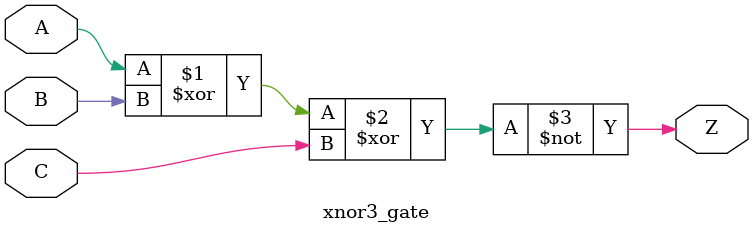
<source format=sv>
module top_module (
    input clk,
    input x,
    output z
);

reg d1, d2, d3;
wire q1, q2, q3;

assign d1 = x ^ q1;
assign d2 = ~(x & q2);
assign d3 = ~(x | q3);

d_flip_flop dff1clk (.CLK(clk), .RESET(1'b0), .D(d1), .Q(q1));
d_flip_flop dff2clk (.CLK(clk), .RESET(1'b0), .D(d2), .Q(q2));
d_flip_flop dff3clk (.CLK(clk), .RESET(1'b0), .D(d3), .Q(q3));

xnor3_gate xnor3 (.A(q1), .B(q2), .C(q3), .Z(z));

endmodule
module d_flip_flop (
    input CLK,
    input RESET,
    input D,
    output reg Q
);
    
always @(posedge CLK or posedge RESET)
    if (RESET == 1'b1)
        Q <= 1'b0;
    else
        Q <= D;
        
endmodule
module xnor3_gate (
    input A,
    input B,
    input C,
    output Z
);

assign Z = ~(A ^ B ^ C);

endmodule

</source>
